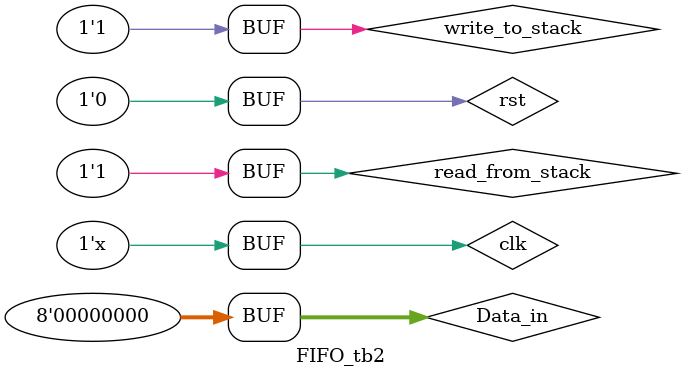
<source format=v>
`timescale 1ns/1ns
module FIFO_tb2;
 reg clk,rst;
 reg[7:0] Data_in;
 reg write_to_stack,read_from_stack;
 wire [7:0] Data_out;
 FIFO_buffer U1(clk,rst,write_to_stack,read_from_stack,Data_in,Data_out);
 initial
  begin
   clk=0;
   rst=1;
   Data_in=0;
   write_to_stack=1;
   read_from_stack=0;
   #5 rst=0;
   //#155 write_to_stack=0; 
   #135 read_from_stack=1;
  end
 initial
  begin
   repeat(15)
   #20 Data_in=Data_in+1;
  end
 always #10 clk=~clk;
endmodule
  
</source>
